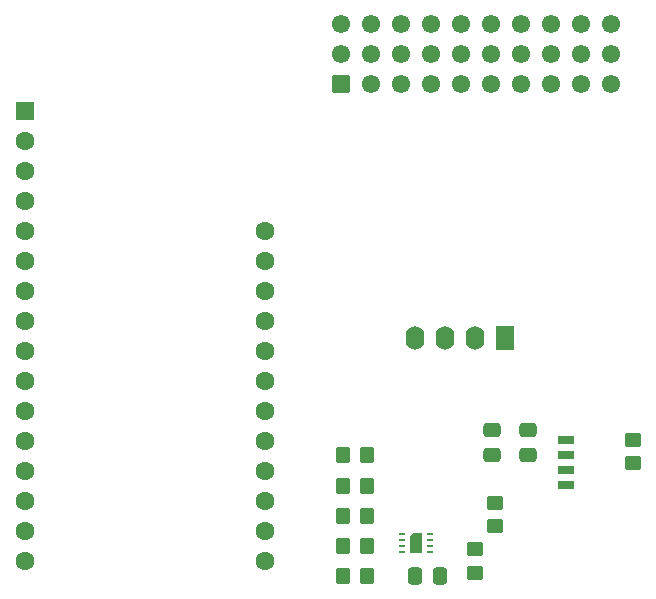
<source format=gts>
G04 #@! TF.GenerationSoftware,KiCad,Pcbnew,7.0.11+1*
G04 #@! TF.CreationDate,2024-06-02T11:35:51+02:00*
G04 #@! TF.ProjectId,prg_pcb,7072675f-7063-4622-9e6b-696361645f70,rev?*
G04 #@! TF.SameCoordinates,Original*
G04 #@! TF.FileFunction,Soldermask,Top*
G04 #@! TF.FilePolarity,Negative*
%FSLAX46Y46*%
G04 Gerber Fmt 4.6, Leading zero omitted, Abs format (unit mm)*
G04 Created by KiCad (PCBNEW 7.0.11+1) date 2024-06-02 11:35:51*
%MOMM*%
%LPD*%
G01*
G04 APERTURE LIST*
G04 Aperture macros list*
%AMRoundRect*
0 Rectangle with rounded corners*
0 $1 Rounding radius*
0 $2 $3 $4 $5 $6 $7 $8 $9 X,Y pos of 4 corners*
0 Add a 4 corners polygon primitive as box body*
4,1,4,$2,$3,$4,$5,$6,$7,$8,$9,$2,$3,0*
0 Add four circle primitives for the rounded corners*
1,1,$1+$1,$2,$3*
1,1,$1+$1,$4,$5*
1,1,$1+$1,$6,$7*
1,1,$1+$1,$8,$9*
0 Add four rect primitives between the rounded corners*
20,1,$1+$1,$2,$3,$4,$5,0*
20,1,$1+$1,$4,$5,$6,$7,0*
20,1,$1+$1,$6,$7,$8,$9,0*
20,1,$1+$1,$8,$9,$2,$3,0*%
%AMFreePoly0*
4,1,6,0.500000,-0.850000,-0.500000,-0.850000,-0.500000,0.550000,-0.200000,0.850000,0.500000,0.850000,0.500000,-0.850000,0.500000,-0.850000,$1*%
G04 Aperture macros list end*
%ADD10RoundRect,0.249999X0.525001X-0.525001X0.525001X0.525001X-0.525001X0.525001X-0.525001X-0.525001X0*%
%ADD11C,1.550000*%
%ADD12RoundRect,0.250000X0.450000X-0.350000X0.450000X0.350000X-0.450000X0.350000X-0.450000X-0.350000X0*%
%ADD13RoundRect,0.250000X-0.350000X-0.450000X0.350000X-0.450000X0.350000X0.450000X-0.350000X0.450000X0*%
%ADD14R,1.600000X2.000000*%
%ADD15O,1.600000X2.000000*%
%ADD16RoundRect,0.250000X0.475000X-0.337500X0.475000X0.337500X-0.475000X0.337500X-0.475000X-0.337500X0*%
%ADD17R,1.397000X0.711200*%
%ADD18R,0.550000X0.250000*%
%ADD19FreePoly0,0.000000*%
%ADD20RoundRect,0.250000X0.350000X0.450000X-0.350000X0.450000X-0.350000X-0.450000X0.350000X-0.450000X0*%
%ADD21RoundRect,0.250000X0.337500X0.475000X-0.337500X0.475000X-0.337500X-0.475000X0.337500X-0.475000X0*%
%ADD22R,1.600000X1.600000*%
%ADD23C,1.600000*%
G04 APERTURE END LIST*
D10*
X110587869Y-86570937D03*
D11*
X113127869Y-86570937D03*
X115667869Y-86570937D03*
X118207869Y-86570937D03*
X120747869Y-86570937D03*
X123287869Y-86570937D03*
X125827869Y-86570937D03*
X128367869Y-86570937D03*
X130907869Y-86570937D03*
X133447869Y-86570937D03*
X110587869Y-84030937D03*
X113127869Y-84030937D03*
X115667869Y-84030937D03*
X118207869Y-84030937D03*
X120747869Y-84030937D03*
X123287869Y-84030937D03*
X125827869Y-84030937D03*
X128367869Y-84030937D03*
X130907869Y-84030937D03*
X133447869Y-84030937D03*
X110587869Y-81490937D03*
X113127869Y-81490937D03*
X115667869Y-81490937D03*
X118207869Y-81490937D03*
X120747869Y-81490937D03*
X123287869Y-81490937D03*
X125827869Y-81490937D03*
X128367869Y-81490937D03*
X130907869Y-81490937D03*
X133447869Y-81490937D03*
D12*
X135255000Y-118729000D03*
X135255000Y-116729000D03*
D13*
X110760000Y-120650000D03*
X112760000Y-120650000D03*
D14*
X124460000Y-108077000D03*
D15*
X121920000Y-108077000D03*
X119380000Y-108077000D03*
X116840000Y-108077000D03*
D16*
X123317000Y-118004500D03*
X123317000Y-115929500D03*
D12*
X123571000Y-124063000D03*
X123571000Y-122063000D03*
D13*
X110760000Y-125730000D03*
X112760000Y-125730000D03*
D17*
X129580800Y-116713000D03*
X129580800Y-117983000D03*
X129580800Y-119253000D03*
X129580800Y-120523000D03*
D13*
X110760000Y-123190000D03*
X112760000Y-123190000D03*
D16*
X126365000Y-118004500D03*
X126365000Y-115929500D03*
D13*
X110760000Y-128270000D03*
X112760000Y-128270000D03*
D18*
X115760000Y-124730000D03*
X115760000Y-125230000D03*
X115760000Y-125730000D03*
X115760000Y-126230000D03*
X118110000Y-126230000D03*
X118110000Y-125730000D03*
X118110000Y-125230000D03*
X118110000Y-124730000D03*
D19*
X116935000Y-125480000D03*
D12*
X121920000Y-128000000D03*
X121920000Y-126000000D03*
D20*
X112760000Y-117983000D03*
X110760000Y-117983000D03*
D21*
X118915000Y-128270000D03*
X116840000Y-128270000D03*
D22*
X83820000Y-88900000D03*
D23*
X83820000Y-91440000D03*
X83820000Y-93980000D03*
X83820000Y-96520000D03*
X83820000Y-99060000D03*
X83820000Y-101600000D03*
X83820000Y-104140000D03*
X83820000Y-106680000D03*
X83820000Y-109220000D03*
X83820000Y-111760000D03*
X83820000Y-114300000D03*
X83820000Y-116840000D03*
X83820000Y-119380000D03*
X83820000Y-121920000D03*
X83820000Y-124460000D03*
X83820000Y-127000000D03*
X104140000Y-127000000D03*
X104140000Y-124460000D03*
X104140000Y-121920000D03*
X104140000Y-119380000D03*
X104140000Y-116840000D03*
X104140000Y-114300000D03*
X104140000Y-111760000D03*
X104140000Y-109220000D03*
X104140000Y-106680000D03*
X104140000Y-104140000D03*
X104140000Y-101600000D03*
X104140000Y-99060000D03*
M02*

</source>
